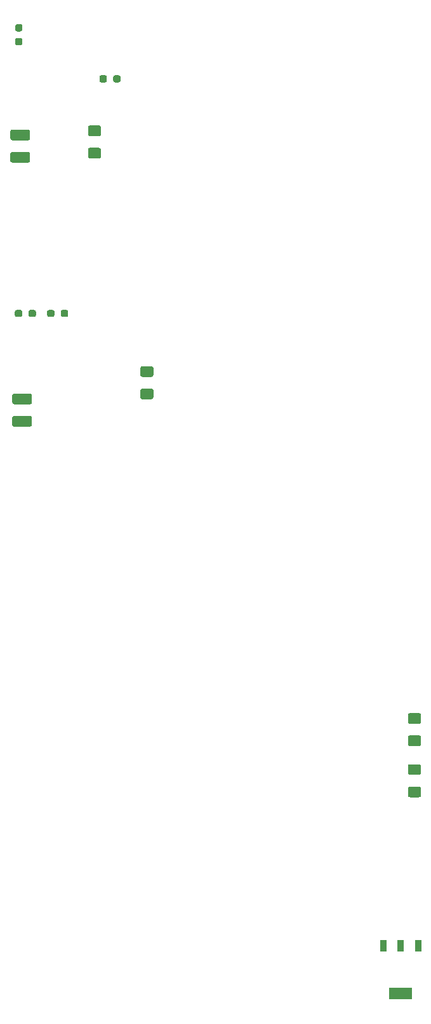
<source format=gbr>
G04 #@! TF.GenerationSoftware,KiCad,Pcbnew,(5.1.10-1-10_14)*
G04 #@! TF.CreationDate,2021-10-13T16:24:28-04:00*
G04 #@! TF.ProjectId,CC_PCB_V1,43435f50-4342-45f5-9631-2e6b69636164,10/13/2021*
G04 #@! TF.SameCoordinates,Original*
G04 #@! TF.FileFunction,Paste,Top*
G04 #@! TF.FilePolarity,Positive*
%FSLAX46Y46*%
G04 Gerber Fmt 4.6, Leading zero omitted, Abs format (unit mm)*
G04 Created by KiCad (PCBNEW (5.1.10-1-10_14)) date 2021-10-13 16:24:28*
%MOMM*%
%LPD*%
G01*
G04 APERTURE LIST*
%ADD10R,3.098800X1.600200*%
%ADD11R,0.838200X1.600200*%
G04 APERTURE END LIST*
G36*
G01*
X137925000Y-117925000D02*
X136675000Y-117925000D01*
G75*
G02*
X136425000Y-117675000I0J250000D01*
G01*
X136425000Y-116750000D01*
G75*
G02*
X136675000Y-116500000I250000J0D01*
G01*
X137925000Y-116500000D01*
G75*
G02*
X138175000Y-116750000I0J-250000D01*
G01*
X138175000Y-117675000D01*
G75*
G02*
X137925000Y-117925000I-250000J0D01*
G01*
G37*
G36*
G01*
X137925000Y-120900000D02*
X136675000Y-120900000D01*
G75*
G02*
X136425000Y-120650000I0J250000D01*
G01*
X136425000Y-119725000D01*
G75*
G02*
X136675000Y-119475000I250000J0D01*
G01*
X137925000Y-119475000D01*
G75*
G02*
X138175000Y-119725000I0J-250000D01*
G01*
X138175000Y-120650000D01*
G75*
G02*
X137925000Y-120900000I-250000J0D01*
G01*
G37*
G36*
G01*
X137925000Y-124725000D02*
X136675000Y-124725000D01*
G75*
G02*
X136425000Y-124475000I0J250000D01*
G01*
X136425000Y-123550000D01*
G75*
G02*
X136675000Y-123300000I250000J0D01*
G01*
X137925000Y-123300000D01*
G75*
G02*
X138175000Y-123550000I0J-250000D01*
G01*
X138175000Y-124475000D01*
G75*
G02*
X137925000Y-124725000I-250000J0D01*
G01*
G37*
G36*
G01*
X137925000Y-127700000D02*
X136675000Y-127700000D01*
G75*
G02*
X136425000Y-127450000I0J250000D01*
G01*
X136425000Y-126525000D01*
G75*
G02*
X136675000Y-126275000I250000J0D01*
G01*
X137925000Y-126275000D01*
G75*
G02*
X138175000Y-126525000I0J-250000D01*
G01*
X138175000Y-127450000D01*
G75*
G02*
X137925000Y-127700000I-250000J0D01*
G01*
G37*
G36*
G01*
X84975000Y-63062500D02*
X84975000Y-63537500D01*
G75*
G02*
X84737500Y-63775000I-237500J0D01*
G01*
X84237500Y-63775000D01*
G75*
G02*
X84000000Y-63537500I0J237500D01*
G01*
X84000000Y-63062500D01*
G75*
G02*
X84237500Y-62825000I237500J0D01*
G01*
X84737500Y-62825000D01*
G75*
G02*
X84975000Y-63062500I0J-237500D01*
G01*
G37*
G36*
G01*
X86800000Y-63062500D02*
X86800000Y-63537500D01*
G75*
G02*
X86562500Y-63775000I-237500J0D01*
G01*
X86062500Y-63775000D01*
G75*
G02*
X85825000Y-63537500I0J237500D01*
G01*
X85825000Y-63062500D01*
G75*
G02*
X86062500Y-62825000I237500J0D01*
G01*
X86562500Y-62825000D01*
G75*
G02*
X86800000Y-63062500I0J-237500D01*
G01*
G37*
G36*
G01*
X96262000Y-31830000D02*
X96262000Y-32305000D01*
G75*
G02*
X96024500Y-32542500I-237500J0D01*
G01*
X95524500Y-32542500D01*
G75*
G02*
X95287000Y-32305000I0J237500D01*
G01*
X95287000Y-31830000D01*
G75*
G02*
X95524500Y-31592500I237500J0D01*
G01*
X96024500Y-31592500D01*
G75*
G02*
X96262000Y-31830000I0J-237500D01*
G01*
G37*
G36*
G01*
X98087000Y-31830000D02*
X98087000Y-32305000D01*
G75*
G02*
X97849500Y-32542500I-237500J0D01*
G01*
X97349500Y-32542500D01*
G75*
G02*
X97112000Y-32305000I0J237500D01*
G01*
X97112000Y-31830000D01*
G75*
G02*
X97349500Y-31592500I237500J0D01*
G01*
X97849500Y-31592500D01*
G75*
G02*
X98087000Y-31830000I0J-237500D01*
G01*
G37*
G36*
G01*
X89275000Y-63062500D02*
X89275000Y-63537500D01*
G75*
G02*
X89037500Y-63775000I-237500J0D01*
G01*
X88537500Y-63775000D01*
G75*
G02*
X88300000Y-63537500I0J237500D01*
G01*
X88300000Y-63062500D01*
G75*
G02*
X88537500Y-62825000I237500J0D01*
G01*
X89037500Y-62825000D01*
G75*
G02*
X89275000Y-63062500I0J-237500D01*
G01*
G37*
G36*
G01*
X91100000Y-63062500D02*
X91100000Y-63537500D01*
G75*
G02*
X90862500Y-63775000I-237500J0D01*
G01*
X90362500Y-63775000D01*
G75*
G02*
X90125000Y-63537500I0J237500D01*
G01*
X90125000Y-63062500D01*
G75*
G02*
X90362500Y-62825000I237500J0D01*
G01*
X90862500Y-62825000D01*
G75*
G02*
X91100000Y-63062500I0J-237500D01*
G01*
G37*
G36*
G01*
X84281000Y-26610500D02*
X84756000Y-26610500D01*
G75*
G02*
X84993500Y-26848000I0J-237500D01*
G01*
X84993500Y-27348000D01*
G75*
G02*
X84756000Y-27585500I-237500J0D01*
G01*
X84281000Y-27585500D01*
G75*
G02*
X84043500Y-27348000I0J237500D01*
G01*
X84043500Y-26848000D01*
G75*
G02*
X84281000Y-26610500I237500J0D01*
G01*
G37*
G36*
G01*
X84281000Y-24785500D02*
X84756000Y-24785500D01*
G75*
G02*
X84993500Y-25023000I0J-237500D01*
G01*
X84993500Y-25523000D01*
G75*
G02*
X84756000Y-25760500I-237500J0D01*
G01*
X84281000Y-25760500D01*
G75*
G02*
X84043500Y-25523000I0J237500D01*
G01*
X84043500Y-25023000D01*
G75*
G02*
X84281000Y-24785500I237500J0D01*
G01*
G37*
G36*
G01*
X86038000Y-75388500D02*
X83888000Y-75388500D01*
G75*
G02*
X83638000Y-75138500I0J250000D01*
G01*
X83638000Y-74213500D01*
G75*
G02*
X83888000Y-73963500I250000J0D01*
G01*
X86038000Y-73963500D01*
G75*
G02*
X86288000Y-74213500I0J-250000D01*
G01*
X86288000Y-75138500D01*
G75*
G02*
X86038000Y-75388500I-250000J0D01*
G01*
G37*
G36*
G01*
X86038000Y-78363500D02*
X83888000Y-78363500D01*
G75*
G02*
X83638000Y-78113500I0J250000D01*
G01*
X83638000Y-77188500D01*
G75*
G02*
X83888000Y-76938500I250000J0D01*
G01*
X86038000Y-76938500D01*
G75*
G02*
X86288000Y-77188500I0J-250000D01*
G01*
X86288000Y-78113500D01*
G75*
G02*
X86038000Y-78363500I-250000J0D01*
G01*
G37*
G36*
G01*
X85784000Y-40246000D02*
X83634000Y-40246000D01*
G75*
G02*
X83384000Y-39996000I0J250000D01*
G01*
X83384000Y-39071000D01*
G75*
G02*
X83634000Y-38821000I250000J0D01*
G01*
X85784000Y-38821000D01*
G75*
G02*
X86034000Y-39071000I0J-250000D01*
G01*
X86034000Y-39996000D01*
G75*
G02*
X85784000Y-40246000I-250000J0D01*
G01*
G37*
G36*
G01*
X85784000Y-43221000D02*
X83634000Y-43221000D01*
G75*
G02*
X83384000Y-42971000I0J250000D01*
G01*
X83384000Y-42046000D01*
G75*
G02*
X83634000Y-41796000I250000J0D01*
G01*
X85784000Y-41796000D01*
G75*
G02*
X86034000Y-42046000I0J-250000D01*
G01*
X86034000Y-42971000D01*
G75*
G02*
X85784000Y-43221000I-250000J0D01*
G01*
G37*
G36*
G01*
X102225000Y-71742000D02*
X100975000Y-71742000D01*
G75*
G02*
X100725000Y-71492000I0J250000D01*
G01*
X100725000Y-70567000D01*
G75*
G02*
X100975000Y-70317000I250000J0D01*
G01*
X102225000Y-70317000D01*
G75*
G02*
X102475000Y-70567000I0J-250000D01*
G01*
X102475000Y-71492000D01*
G75*
G02*
X102225000Y-71742000I-250000J0D01*
G01*
G37*
G36*
G01*
X102225000Y-74717000D02*
X100975000Y-74717000D01*
G75*
G02*
X100725000Y-74467000I0J250000D01*
G01*
X100725000Y-73542000D01*
G75*
G02*
X100975000Y-73292000I250000J0D01*
G01*
X102225000Y-73292000D01*
G75*
G02*
X102475000Y-73542000I0J-250000D01*
G01*
X102475000Y-74467000D01*
G75*
G02*
X102225000Y-74717000I-250000J0D01*
G01*
G37*
G36*
G01*
X95240000Y-39701500D02*
X93990000Y-39701500D01*
G75*
G02*
X93740000Y-39451500I0J250000D01*
G01*
X93740000Y-38526500D01*
G75*
G02*
X93990000Y-38276500I250000J0D01*
G01*
X95240000Y-38276500D01*
G75*
G02*
X95490000Y-38526500I0J-250000D01*
G01*
X95490000Y-39451500D01*
G75*
G02*
X95240000Y-39701500I-250000J0D01*
G01*
G37*
G36*
G01*
X95240000Y-42676500D02*
X93990000Y-42676500D01*
G75*
G02*
X93740000Y-42426500I0J250000D01*
G01*
X93740000Y-41501500D01*
G75*
G02*
X93990000Y-41251500I250000J0D01*
G01*
X95240000Y-41251500D01*
G75*
G02*
X95490000Y-41501500I0J-250000D01*
G01*
X95490000Y-42426500D01*
G75*
G02*
X95240000Y-42676500I-250000J0D01*
G01*
G37*
D10*
X135458200Y-153835100D03*
D11*
X133146800Y-147434300D03*
X135458200Y-147434300D03*
X137769600Y-147434300D03*
M02*

</source>
